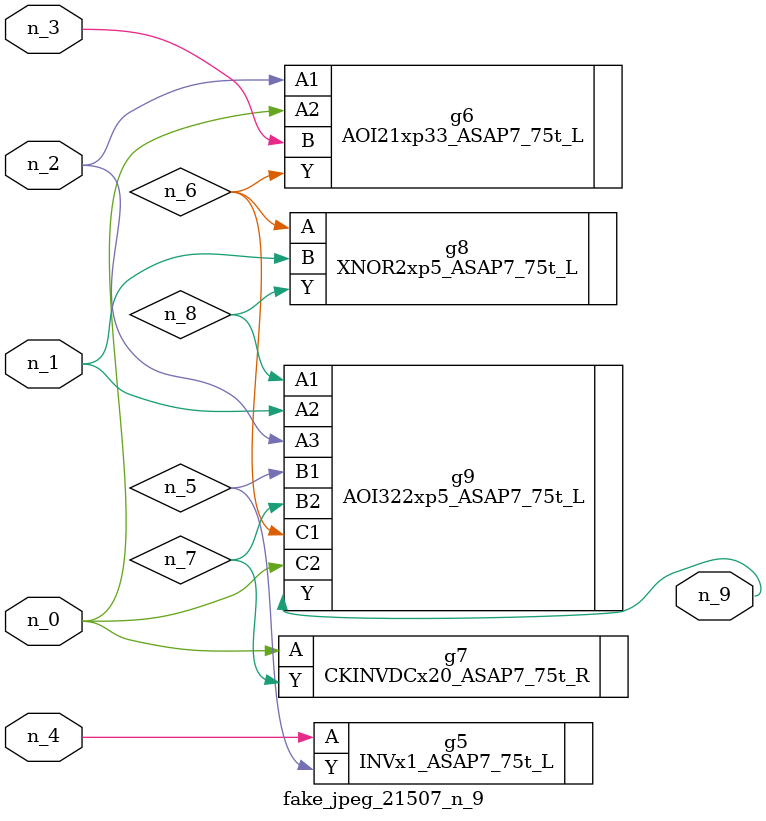
<source format=v>
module fake_jpeg_21507_n_9 (n_3, n_2, n_1, n_0, n_4, n_9);

input n_3;
input n_2;
input n_1;
input n_0;
input n_4;

output n_9;

wire n_8;
wire n_6;
wire n_5;
wire n_7;

INVx1_ASAP7_75t_L g5 ( 
.A(n_4),
.Y(n_5)
);

AOI21xp33_ASAP7_75t_L g6 ( 
.A1(n_2),
.A2(n_0),
.B(n_3),
.Y(n_6)
);

CKINVDCx20_ASAP7_75t_R g7 ( 
.A(n_0),
.Y(n_7)
);

XNOR2xp5_ASAP7_75t_L g8 ( 
.A(n_6),
.B(n_1),
.Y(n_8)
);

AOI322xp5_ASAP7_75t_L g9 ( 
.A1(n_8),
.A2(n_1),
.A3(n_2),
.B1(n_5),
.B2(n_7),
.C1(n_6),
.C2(n_0),
.Y(n_9)
);


endmodule
</source>
